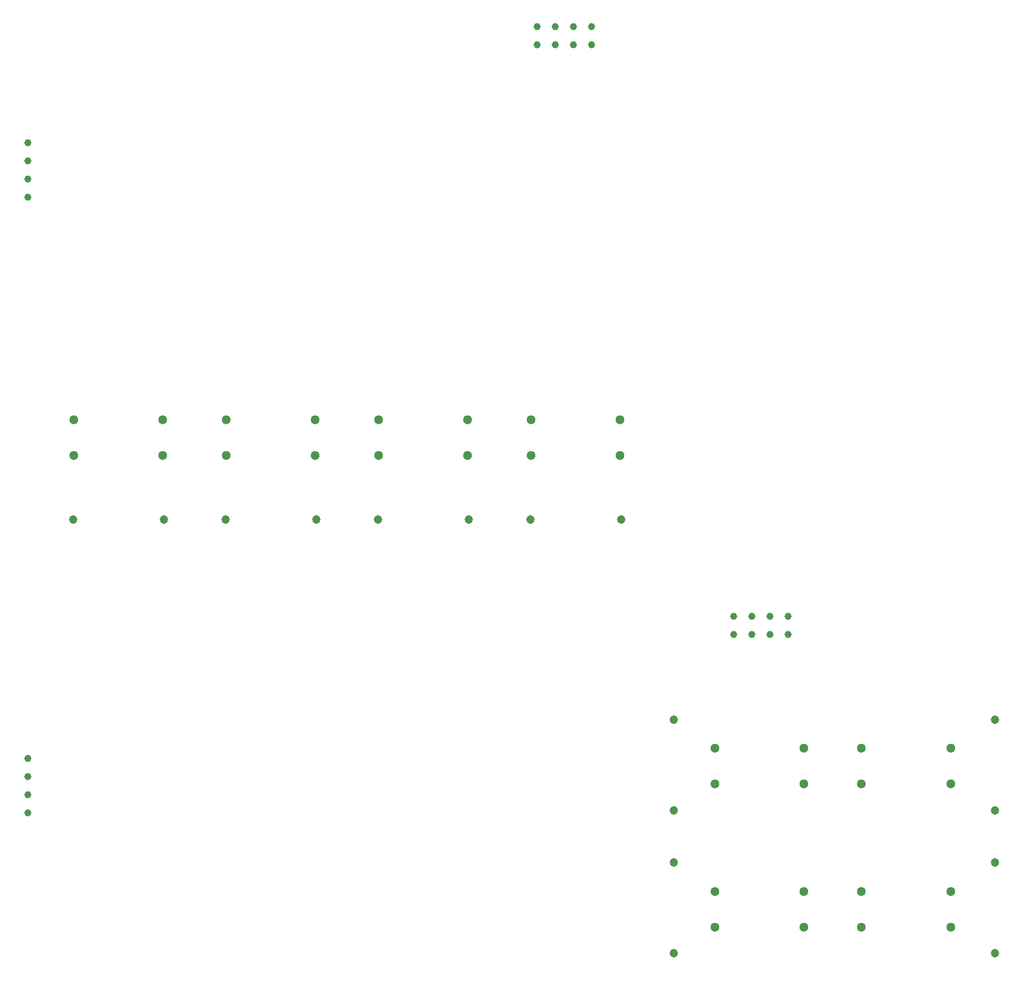
<source format=gbr>
%TF.GenerationSoftware,KiCad,Pcbnew,8.0.1*%
%TF.CreationDate,2024-04-25T15:56:44+03:00*%
%TF.ProjectId,Modul_Lcd_Butoane,4d6f6475-6c5f-44c6-9364-5f4275746f61,V1*%
%TF.SameCoordinates,Original*%
%TF.FileFunction,Plated,1,2,PTH,Drill*%
%TF.FilePolarity,Positive*%
%FSLAX46Y46*%
G04 Gerber Fmt 4.6, Leading zero omitted, Abs format (unit mm)*
G04 Created by KiCad (PCBNEW 8.0.1) date 2024-04-25 15:56:44*
%MOMM*%
%LPD*%
G01*
G04 APERTURE LIST*
%TA.AperFunction,ComponentDrill*%
%ADD10C,1.000000*%
%TD*%
%TA.AperFunction,ComponentDrill*%
%ADD11C,1.200000*%
%TD*%
%TA.AperFunction,ComponentDrill*%
%ADD12C,1.300000*%
%TD*%
G04 APERTURE END LIST*
D10*
%TO.C,J12*%
X27100000Y-64730000D03*
X27100000Y-67270000D03*
X27100000Y-69810000D03*
X27100000Y-72350000D03*
%TO.C,J2*%
X27100000Y-150880000D03*
X27100000Y-153420000D03*
X27100000Y-155960000D03*
X27100000Y-158500000D03*
%TO.C,J11*%
X98380000Y-48500000D03*
X98380000Y-51040000D03*
X100920000Y-48500000D03*
X100920000Y-51040000D03*
X103460000Y-48500000D03*
X103460000Y-51040000D03*
X106000000Y-48500000D03*
X106000000Y-51040000D03*
%TO.C,J1*%
X125880000Y-131000000D03*
X125880000Y-133540000D03*
X128420000Y-131000000D03*
X128420000Y-133540000D03*
X130960000Y-131000000D03*
X130960000Y-133540000D03*
X133500000Y-131000000D03*
X133500000Y-133540000D03*
D11*
%TO.C,R14*%
X33400000Y-117500000D03*
X46100000Y-117500000D03*
%TO.C,R13*%
X54733333Y-117500000D03*
X67433333Y-117500000D03*
%TO.C,R11*%
X76066666Y-117500000D03*
X88766666Y-117500000D03*
%TO.C,R12*%
X97400000Y-117500000D03*
X110100000Y-117500000D03*
%TO.C,R4*%
X117500000Y-145500000D03*
X117500000Y-158200000D03*
%TO.C,R1*%
X117500000Y-165500000D03*
X117500000Y-178200000D03*
%TO.C,R3*%
X162500000Y-145500000D03*
X162500000Y-158200000D03*
%TO.C,R2*%
X162500000Y-165500000D03*
X162500000Y-178200000D03*
D12*
%TO.C,SW14*%
X33500000Y-103500000D03*
X33500000Y-108500000D03*
X46000000Y-103500000D03*
X46000000Y-108500000D03*
%TO.C,SW13*%
X54833333Y-103500000D03*
X54833333Y-108500000D03*
X67333333Y-103500000D03*
X67333333Y-108500000D03*
%TO.C,SW11*%
X76166666Y-103500000D03*
X76166666Y-108500000D03*
X88666666Y-103500000D03*
X88666666Y-108500000D03*
%TO.C,SW12*%
X97500000Y-103500000D03*
X97500000Y-108500000D03*
X110000000Y-103500000D03*
X110000000Y-108500000D03*
%TO.C,SW4*%
X123250000Y-149500000D03*
X123250000Y-154500000D03*
%TO.C,SW1*%
X123250000Y-169500000D03*
X123250000Y-174500000D03*
%TO.C,SW4*%
X135750000Y-149500000D03*
X135750000Y-154500000D03*
%TO.C,SW1*%
X135750000Y-169500000D03*
X135750000Y-174500000D03*
%TO.C,SW3*%
X143750000Y-149500000D03*
X143750000Y-154500000D03*
%TO.C,SW2*%
X143750000Y-169500000D03*
X143750000Y-174500000D03*
%TO.C,SW3*%
X156250000Y-149500000D03*
X156250000Y-154500000D03*
%TO.C,SW2*%
X156250000Y-169500000D03*
X156250000Y-174500000D03*
M02*

</source>
